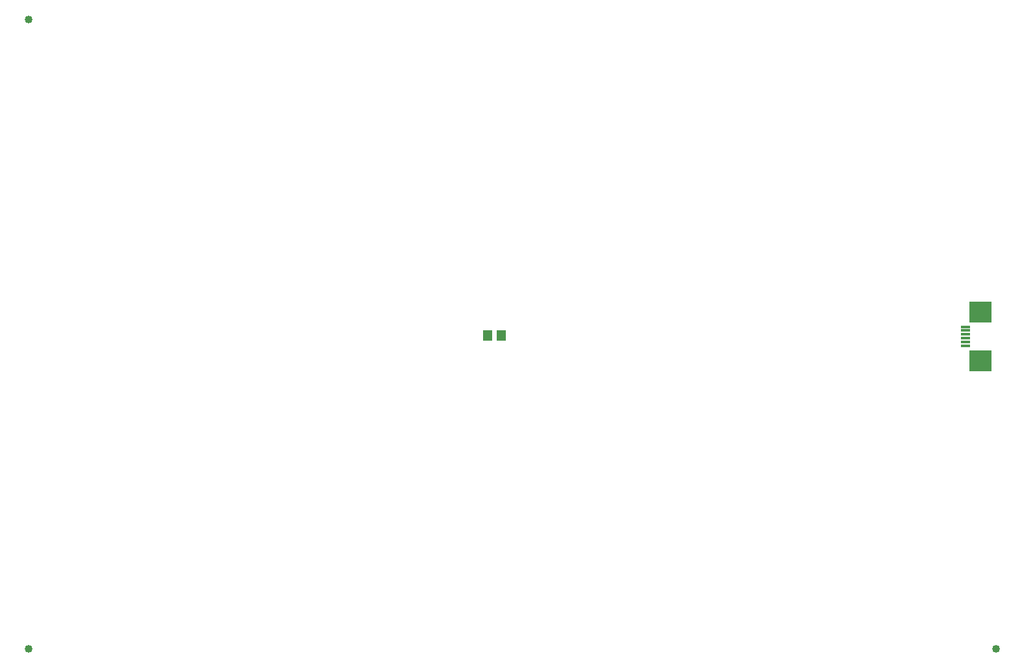
<source format=gbp>
G75*
%MOIN*%
%OFA0B0*%
%FSLAX25Y25*%
%IPPOS*%
%LPD*%
%AMOC8*
5,1,8,0,0,1.08239X$1,22.5*
%
%ADD10C,0.04000*%
%ADD11R,0.04650X0.05425*%
%ADD12R,0.04724X0.01181*%
%ADD13R,0.11811X0.10630*%
D10*
X0085394Y0076283D03*
X0085394Y0399118D03*
X0581457Y0076283D03*
D11*
X0327926Y0237109D03*
X0320839Y0237109D03*
D12*
X0565917Y0237672D03*
X0565917Y0239640D03*
X0565917Y0241609D03*
X0565917Y0235703D03*
X0565917Y0233735D03*
X0565917Y0231766D03*
D13*
X0573398Y0224168D03*
X0573398Y0249207D03*
M02*

</source>
